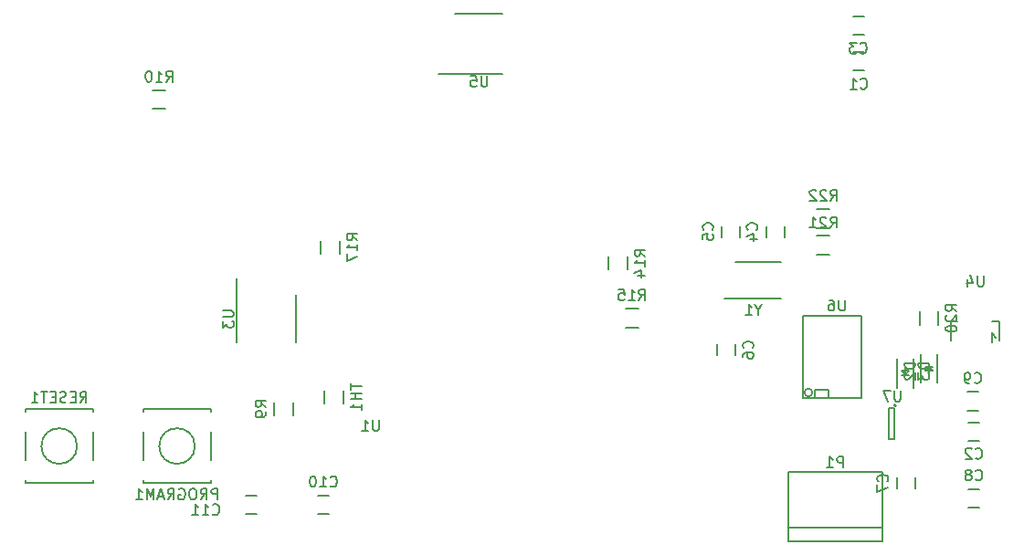
<source format=gbo>
G04 #@! TF.FileFunction,Legend,Bot*
%FSLAX46Y46*%
G04 Gerber Fmt 4.6, Leading zero omitted, Abs format (unit mm)*
G04 Created by KiCad (PCBNEW 4.0.2+e4-6225~38~ubuntu15.10.1-stable) date Thu 13 Oct 2016 11:24:21 SAST*
%MOMM*%
G01*
G04 APERTURE LIST*
%ADD10C,0.100000*%
%ADD11C,0.150000*%
G04 APERTURE END LIST*
D10*
D11*
X139800000Y-115900000D02*
X139800000Y-118600000D01*
X138300000Y-115900000D02*
X138300000Y-118600000D01*
X139200000Y-117400000D02*
X138950000Y-117400000D01*
X138950000Y-117400000D02*
X139100000Y-117250000D01*
X138700000Y-117150000D02*
X139400000Y-117150000D01*
X139050000Y-117500000D02*
X139050000Y-117850000D01*
X139050000Y-117150000D02*
X138700000Y-117500000D01*
X138700000Y-117500000D02*
X139400000Y-117500000D01*
X139400000Y-117500000D02*
X139050000Y-117150000D01*
X133037200Y-89648400D02*
X132037200Y-89648400D01*
X132037200Y-87948400D02*
X133037200Y-87948400D01*
X143700000Y-123950000D02*
X142700000Y-123950000D01*
X142700000Y-122250000D02*
X143700000Y-122250000D01*
X132986400Y-86346400D02*
X131986400Y-86346400D01*
X131986400Y-84646400D02*
X132986400Y-84646400D01*
X134700900Y-133267460D02*
X126000900Y-133267460D01*
X134700900Y-126862460D02*
X126000900Y-126862460D01*
X126000900Y-126862460D02*
X126000900Y-133267460D01*
X126000900Y-132037460D02*
X134700900Y-132037460D01*
X134700900Y-133267460D02*
X134700900Y-126862460D01*
X80123000Y-121605600D02*
X80123000Y-120405600D01*
X78373000Y-120405600D02*
X78373000Y-121605600D01*
X67091000Y-93204000D02*
X68291000Y-93204000D01*
X68291000Y-91454000D02*
X67091000Y-91454000D01*
X109310200Y-106892800D02*
X109310200Y-108092800D01*
X111060200Y-108092800D02*
X111060200Y-106892800D01*
X110906000Y-113447800D02*
X112106000Y-113447800D01*
X112106000Y-111697800D02*
X110906000Y-111697800D01*
X82640200Y-105419600D02*
X82640200Y-106619600D01*
X84390200Y-106619600D02*
X84390200Y-105419600D01*
X82995800Y-119338800D02*
X82995800Y-120538800D01*
X84745800Y-120538800D02*
X84745800Y-119338800D01*
X145199920Y-114400660D02*
X144951000Y-114100940D01*
X144951000Y-114100940D02*
X144849400Y-113951080D01*
X144849400Y-113951080D02*
X144849400Y-114799440D01*
X145550440Y-112899520D02*
X145550440Y-114700380D01*
X145550440Y-112899520D02*
X144900200Y-112899520D01*
X141049560Y-112899520D02*
X141049560Y-114700380D01*
X141049560Y-112899520D02*
X141699800Y-112899520D01*
X80398200Y-110474400D02*
X80398200Y-114874400D01*
X74873200Y-108899400D02*
X74873200Y-114874400D01*
X95132800Y-84397000D02*
X99532800Y-84397000D01*
X93557800Y-89922000D02*
X99532800Y-89922000D01*
X66192000Y-127660000D02*
X66192000Y-127910000D01*
X66192000Y-127910000D02*
X72492000Y-127910000D01*
X72492000Y-127910000D02*
X72492000Y-127660000D01*
X66192000Y-123160000D02*
X66192000Y-125760000D01*
X72492000Y-121260000D02*
X72492000Y-121010000D01*
X72492000Y-121010000D02*
X66192000Y-121010000D01*
X66192000Y-121010000D02*
X66192000Y-121260000D01*
X72492000Y-125760000D02*
X72492000Y-123160000D01*
X70992000Y-124460000D02*
G75*
G03X70992000Y-124460000I-1650000J0D01*
G01*
X61570000Y-121260000D02*
X61570000Y-121010000D01*
X61570000Y-121010000D02*
X55270000Y-121010000D01*
X55270000Y-121010000D02*
X55270000Y-121260000D01*
X61570000Y-125760000D02*
X61570000Y-123160000D01*
X55270000Y-127660000D02*
X55270000Y-127910000D01*
X55270000Y-127910000D02*
X61570000Y-127910000D01*
X61570000Y-127910000D02*
X61570000Y-127660000D01*
X55270000Y-123160000D02*
X55270000Y-125760000D01*
X60070000Y-124460000D02*
G75*
G03X60070000Y-124460000I-1650000J0D01*
G01*
X119850800Y-105071800D02*
X119850800Y-104071800D01*
X121550800Y-104071800D02*
X121550800Y-105071800D01*
X121068200Y-115044600D02*
X121068200Y-116044600D01*
X119368200Y-116044600D02*
X119368200Y-115044600D01*
X136050000Y-128400000D02*
X136050000Y-127400000D01*
X137750000Y-127400000D02*
X137750000Y-128400000D01*
X132816600Y-112395000D02*
X132816600Y-120015000D01*
X127355600Y-120015000D02*
X127355600Y-112395000D01*
X132816600Y-112395000D02*
X127355600Y-112395000D01*
X127355600Y-120015000D02*
X132816600Y-120015000D01*
X128222810Y-119507000D02*
G75*
G03X128222810Y-119507000I-359210J0D01*
G01*
X129768600Y-120015000D02*
X129768600Y-119253000D01*
X129768600Y-119253000D02*
X128498600Y-119253000D01*
X128498600Y-119253000D02*
X128498600Y-120015000D01*
X125358200Y-107367600D02*
X121058200Y-107367600D01*
X120108200Y-110767600D02*
X125358200Y-110767600D01*
X123940200Y-105071800D02*
X123940200Y-104071800D01*
X125640200Y-104071800D02*
X125640200Y-105071800D01*
X142700000Y-128450000D02*
X143700000Y-128450000D01*
X143700000Y-130150000D02*
X142700000Y-130150000D01*
X142600000Y-119450000D02*
X143600000Y-119450000D01*
X143600000Y-121150000D02*
X142600000Y-121150000D01*
X138175000Y-112000000D02*
X138175000Y-113200000D01*
X139925000Y-113200000D02*
X139925000Y-112000000D01*
X128650000Y-106725000D02*
X129850000Y-106725000D01*
X129850000Y-104975000D02*
X128650000Y-104975000D01*
X136000000Y-120700000D02*
G75*
G03X136000000Y-120700000I-100000J0D01*
G01*
X135350000Y-120950000D02*
X135850000Y-120950000D01*
X135350000Y-123850000D02*
X135350000Y-120950000D01*
X135850000Y-123850000D02*
X135350000Y-123850000D01*
X135850000Y-120950000D02*
X135850000Y-123850000D01*
X82400000Y-129050000D02*
X83400000Y-129050000D01*
X83400000Y-130750000D02*
X82400000Y-130750000D01*
X76700000Y-130750000D02*
X75700000Y-130750000D01*
X75700000Y-129050000D02*
X76700000Y-129050000D01*
X136100000Y-119100000D02*
X136100000Y-116400000D01*
X137600000Y-119100000D02*
X137600000Y-116400000D01*
X136700000Y-117600000D02*
X136950000Y-117600000D01*
X136950000Y-117600000D02*
X136800000Y-117750000D01*
X137200000Y-117850000D02*
X136500000Y-117850000D01*
X136850000Y-117500000D02*
X136850000Y-117150000D01*
X136850000Y-117850000D02*
X137200000Y-117500000D01*
X137200000Y-117500000D02*
X136500000Y-117500000D01*
X136500000Y-117500000D02*
X136850000Y-117850000D01*
X128650000Y-104225000D02*
X129850000Y-104225000D01*
X129850000Y-102475000D02*
X128650000Y-102475000D01*
X137752381Y-116761905D02*
X136752381Y-116761905D01*
X136752381Y-117000000D01*
X136800000Y-117142858D01*
X136895238Y-117238096D01*
X136990476Y-117285715D01*
X137180952Y-117333334D01*
X137323810Y-117333334D01*
X137514286Y-117285715D01*
X137609524Y-117238096D01*
X137704762Y-117142858D01*
X137752381Y-117000000D01*
X137752381Y-116761905D01*
X136847619Y-117714286D02*
X136800000Y-117761905D01*
X136752381Y-117857143D01*
X136752381Y-118095239D01*
X136800000Y-118190477D01*
X136847619Y-118238096D01*
X136942857Y-118285715D01*
X137038095Y-118285715D01*
X137180952Y-118238096D01*
X137752381Y-117666667D01*
X137752381Y-118285715D01*
X132703866Y-91255543D02*
X132751485Y-91303162D01*
X132894342Y-91350781D01*
X132989580Y-91350781D01*
X133132438Y-91303162D01*
X133227676Y-91207924D01*
X133275295Y-91112686D01*
X133322914Y-90922210D01*
X133322914Y-90779352D01*
X133275295Y-90588876D01*
X133227676Y-90493638D01*
X133132438Y-90398400D01*
X132989580Y-90350781D01*
X132894342Y-90350781D01*
X132751485Y-90398400D01*
X132703866Y-90446019D01*
X131751485Y-91350781D02*
X132322914Y-91350781D01*
X132037200Y-91350781D02*
X132037200Y-90350781D01*
X132132438Y-90493638D01*
X132227676Y-90588876D01*
X132322914Y-90636495D01*
X143366666Y-125557143D02*
X143414285Y-125604762D01*
X143557142Y-125652381D01*
X143652380Y-125652381D01*
X143795238Y-125604762D01*
X143890476Y-125509524D01*
X143938095Y-125414286D01*
X143985714Y-125223810D01*
X143985714Y-125080952D01*
X143938095Y-124890476D01*
X143890476Y-124795238D01*
X143795238Y-124700000D01*
X143652380Y-124652381D01*
X143557142Y-124652381D01*
X143414285Y-124700000D01*
X143366666Y-124747619D01*
X142985714Y-124747619D02*
X142938095Y-124700000D01*
X142842857Y-124652381D01*
X142604761Y-124652381D01*
X142509523Y-124700000D01*
X142461904Y-124747619D01*
X142414285Y-124842857D01*
X142414285Y-124938095D01*
X142461904Y-125080952D01*
X143033333Y-125652381D01*
X142414285Y-125652381D01*
X132653066Y-87953543D02*
X132700685Y-88001162D01*
X132843542Y-88048781D01*
X132938780Y-88048781D01*
X133081638Y-88001162D01*
X133176876Y-87905924D01*
X133224495Y-87810686D01*
X133272114Y-87620210D01*
X133272114Y-87477352D01*
X133224495Y-87286876D01*
X133176876Y-87191638D01*
X133081638Y-87096400D01*
X132938780Y-87048781D01*
X132843542Y-87048781D01*
X132700685Y-87096400D01*
X132653066Y-87144019D01*
X132319733Y-87048781D02*
X131700685Y-87048781D01*
X132034019Y-87429733D01*
X131891161Y-87429733D01*
X131795923Y-87477352D01*
X131748304Y-87524971D01*
X131700685Y-87620210D01*
X131700685Y-87858305D01*
X131748304Y-87953543D01*
X131795923Y-88001162D01*
X131891161Y-88048781D01*
X132176876Y-88048781D01*
X132272114Y-88001162D01*
X132319733Y-87953543D01*
X131088095Y-126452381D02*
X131088095Y-125452381D01*
X130707142Y-125452381D01*
X130611904Y-125500000D01*
X130564285Y-125547619D01*
X130516666Y-125642857D01*
X130516666Y-125785714D01*
X130564285Y-125880952D01*
X130611904Y-125928571D01*
X130707142Y-125976190D01*
X131088095Y-125976190D01*
X129564285Y-126452381D02*
X130135714Y-126452381D01*
X129850000Y-126452381D02*
X129850000Y-125452381D01*
X129945238Y-125595238D01*
X130040476Y-125690476D01*
X130135714Y-125738095D01*
X77600381Y-120838934D02*
X77124190Y-120505600D01*
X77600381Y-120267505D02*
X76600381Y-120267505D01*
X76600381Y-120648458D01*
X76648000Y-120743696D01*
X76695619Y-120791315D01*
X76790857Y-120838934D01*
X76933714Y-120838934D01*
X77028952Y-120791315D01*
X77076571Y-120743696D01*
X77124190Y-120648458D01*
X77124190Y-120267505D01*
X77600381Y-121315124D02*
X77600381Y-121505600D01*
X77552762Y-121600839D01*
X77505143Y-121648458D01*
X77362286Y-121743696D01*
X77171810Y-121791315D01*
X76790857Y-121791315D01*
X76695619Y-121743696D01*
X76648000Y-121696077D01*
X76600381Y-121600839D01*
X76600381Y-121410362D01*
X76648000Y-121315124D01*
X76695619Y-121267505D01*
X76790857Y-121219886D01*
X77028952Y-121219886D01*
X77124190Y-121267505D01*
X77171810Y-121315124D01*
X77219429Y-121410362D01*
X77219429Y-121600839D01*
X77171810Y-121696077D01*
X77124190Y-121743696D01*
X77028952Y-121791315D01*
X68333857Y-90681381D02*
X68667191Y-90205190D01*
X68905286Y-90681381D02*
X68905286Y-89681381D01*
X68524333Y-89681381D01*
X68429095Y-89729000D01*
X68381476Y-89776619D01*
X68333857Y-89871857D01*
X68333857Y-90014714D01*
X68381476Y-90109952D01*
X68429095Y-90157571D01*
X68524333Y-90205190D01*
X68905286Y-90205190D01*
X67381476Y-90681381D02*
X67952905Y-90681381D01*
X67667191Y-90681381D02*
X67667191Y-89681381D01*
X67762429Y-89824238D01*
X67857667Y-89919476D01*
X67952905Y-89967095D01*
X66762429Y-89681381D02*
X66667190Y-89681381D01*
X66571952Y-89729000D01*
X66524333Y-89776619D01*
X66476714Y-89871857D01*
X66429095Y-90062333D01*
X66429095Y-90300429D01*
X66476714Y-90490905D01*
X66524333Y-90586143D01*
X66571952Y-90633762D01*
X66667190Y-90681381D01*
X66762429Y-90681381D01*
X66857667Y-90633762D01*
X66905286Y-90586143D01*
X66952905Y-90490905D01*
X67000524Y-90300429D01*
X67000524Y-90062333D01*
X66952905Y-89871857D01*
X66905286Y-89776619D01*
X66857667Y-89729000D01*
X66762429Y-89681381D01*
X112737581Y-106849943D02*
X112261390Y-106516609D01*
X112737581Y-106278514D02*
X111737581Y-106278514D01*
X111737581Y-106659467D01*
X111785200Y-106754705D01*
X111832819Y-106802324D01*
X111928057Y-106849943D01*
X112070914Y-106849943D01*
X112166152Y-106802324D01*
X112213771Y-106754705D01*
X112261390Y-106659467D01*
X112261390Y-106278514D01*
X112737581Y-107802324D02*
X112737581Y-107230895D01*
X112737581Y-107516609D02*
X111737581Y-107516609D01*
X111880438Y-107421371D01*
X111975676Y-107326133D01*
X112023295Y-107230895D01*
X112070914Y-108659467D02*
X112737581Y-108659467D01*
X111689962Y-108421371D02*
X112404248Y-108183276D01*
X112404248Y-108802324D01*
X112148857Y-110925181D02*
X112482191Y-110448990D01*
X112720286Y-110925181D02*
X112720286Y-109925181D01*
X112339333Y-109925181D01*
X112244095Y-109972800D01*
X112196476Y-110020419D01*
X112148857Y-110115657D01*
X112148857Y-110258514D01*
X112196476Y-110353752D01*
X112244095Y-110401371D01*
X112339333Y-110448990D01*
X112720286Y-110448990D01*
X111196476Y-110925181D02*
X111767905Y-110925181D01*
X111482191Y-110925181D02*
X111482191Y-109925181D01*
X111577429Y-110068038D01*
X111672667Y-110163276D01*
X111767905Y-110210895D01*
X110291714Y-109925181D02*
X110767905Y-109925181D01*
X110815524Y-110401371D01*
X110767905Y-110353752D01*
X110672667Y-110306133D01*
X110434571Y-110306133D01*
X110339333Y-110353752D01*
X110291714Y-110401371D01*
X110244095Y-110496610D01*
X110244095Y-110734705D01*
X110291714Y-110829943D01*
X110339333Y-110877562D01*
X110434571Y-110925181D01*
X110672667Y-110925181D01*
X110767905Y-110877562D01*
X110815524Y-110829943D01*
X86067581Y-105376743D02*
X85591390Y-105043409D01*
X86067581Y-104805314D02*
X85067581Y-104805314D01*
X85067581Y-105186267D01*
X85115200Y-105281505D01*
X85162819Y-105329124D01*
X85258057Y-105376743D01*
X85400914Y-105376743D01*
X85496152Y-105329124D01*
X85543771Y-105281505D01*
X85591390Y-105186267D01*
X85591390Y-104805314D01*
X86067581Y-106329124D02*
X86067581Y-105757695D01*
X86067581Y-106043409D02*
X85067581Y-106043409D01*
X85210438Y-105948171D01*
X85305676Y-105852933D01*
X85353295Y-105757695D01*
X85067581Y-106662457D02*
X85067581Y-107329124D01*
X86067581Y-106900552D01*
X85423181Y-118653086D02*
X85423181Y-119224515D01*
X86423181Y-118938800D02*
X85423181Y-118938800D01*
X86423181Y-119557848D02*
X85423181Y-119557848D01*
X85899371Y-119557848D02*
X85899371Y-120129277D01*
X86423181Y-120129277D02*
X85423181Y-120129277D01*
X86423181Y-121129277D02*
X86423181Y-120557848D01*
X86423181Y-120843562D02*
X85423181Y-120843562D01*
X85566038Y-120748324D01*
X85661276Y-120653086D01*
X85708895Y-120557848D01*
X88068305Y-122051581D02*
X88068305Y-122861105D01*
X88020686Y-122956343D01*
X87973067Y-123003962D01*
X87877829Y-123051581D01*
X87687352Y-123051581D01*
X87592114Y-123003962D01*
X87544495Y-122956343D01*
X87496876Y-122861105D01*
X87496876Y-122051581D01*
X86496876Y-123051581D02*
X87068305Y-123051581D01*
X86782591Y-123051581D02*
X86782591Y-122051581D01*
X86877829Y-122194438D01*
X86973067Y-122289676D01*
X87068305Y-122337295D01*
X144112705Y-108651121D02*
X144112705Y-109460645D01*
X144065086Y-109555883D01*
X144017467Y-109603502D01*
X143922229Y-109651121D01*
X143731752Y-109651121D01*
X143636514Y-109603502D01*
X143588895Y-109555883D01*
X143541276Y-109460645D01*
X143541276Y-108651121D01*
X142636514Y-108984454D02*
X142636514Y-109651121D01*
X142874610Y-108603502D02*
X143112705Y-109317788D01*
X142493657Y-109317788D01*
X73575581Y-111912495D02*
X74385105Y-111912495D01*
X74480343Y-111960114D01*
X74527962Y-112007733D01*
X74575581Y-112102971D01*
X74575581Y-112293448D01*
X74527962Y-112388686D01*
X74480343Y-112436305D01*
X74385105Y-112483924D01*
X73575581Y-112483924D01*
X73575581Y-112864876D02*
X73575581Y-113483924D01*
X73956533Y-113150590D01*
X73956533Y-113293448D01*
X74004152Y-113388686D01*
X74051771Y-113436305D01*
X74147010Y-113483924D01*
X74385105Y-113483924D01*
X74480343Y-113436305D01*
X74527962Y-113388686D01*
X74575581Y-113293448D01*
X74575581Y-113007733D01*
X74527962Y-112912495D01*
X74480343Y-112864876D01*
X98094705Y-90124381D02*
X98094705Y-90933905D01*
X98047086Y-91029143D01*
X97999467Y-91076762D01*
X97904229Y-91124381D01*
X97713752Y-91124381D01*
X97618514Y-91076762D01*
X97570895Y-91029143D01*
X97523276Y-90933905D01*
X97523276Y-90124381D01*
X96570895Y-90124381D02*
X97047086Y-90124381D01*
X97094705Y-90600571D01*
X97047086Y-90552952D01*
X96951848Y-90505333D01*
X96713752Y-90505333D01*
X96618514Y-90552952D01*
X96570895Y-90600571D01*
X96523276Y-90695810D01*
X96523276Y-90933905D01*
X96570895Y-91029143D01*
X96618514Y-91076762D01*
X96713752Y-91124381D01*
X96951848Y-91124381D01*
X97047086Y-91076762D01*
X97094705Y-91029143D01*
X73103905Y-129412381D02*
X73103905Y-128412381D01*
X72722952Y-128412381D01*
X72627714Y-128460000D01*
X72580095Y-128507619D01*
X72532476Y-128602857D01*
X72532476Y-128745714D01*
X72580095Y-128840952D01*
X72627714Y-128888571D01*
X72722952Y-128936190D01*
X73103905Y-128936190D01*
X71532476Y-129412381D02*
X71865810Y-128936190D01*
X72103905Y-129412381D02*
X72103905Y-128412381D01*
X71722952Y-128412381D01*
X71627714Y-128460000D01*
X71580095Y-128507619D01*
X71532476Y-128602857D01*
X71532476Y-128745714D01*
X71580095Y-128840952D01*
X71627714Y-128888571D01*
X71722952Y-128936190D01*
X72103905Y-128936190D01*
X70913429Y-128412381D02*
X70722952Y-128412381D01*
X70627714Y-128460000D01*
X70532476Y-128555238D01*
X70484857Y-128745714D01*
X70484857Y-129079048D01*
X70532476Y-129269524D01*
X70627714Y-129364762D01*
X70722952Y-129412381D01*
X70913429Y-129412381D01*
X71008667Y-129364762D01*
X71103905Y-129269524D01*
X71151524Y-129079048D01*
X71151524Y-128745714D01*
X71103905Y-128555238D01*
X71008667Y-128460000D01*
X70913429Y-128412381D01*
X69532476Y-128460000D02*
X69627714Y-128412381D01*
X69770571Y-128412381D01*
X69913429Y-128460000D01*
X70008667Y-128555238D01*
X70056286Y-128650476D01*
X70103905Y-128840952D01*
X70103905Y-128983810D01*
X70056286Y-129174286D01*
X70008667Y-129269524D01*
X69913429Y-129364762D01*
X69770571Y-129412381D01*
X69675333Y-129412381D01*
X69532476Y-129364762D01*
X69484857Y-129317143D01*
X69484857Y-128983810D01*
X69675333Y-128983810D01*
X68484857Y-129412381D02*
X68818191Y-128936190D01*
X69056286Y-129412381D02*
X69056286Y-128412381D01*
X68675333Y-128412381D01*
X68580095Y-128460000D01*
X68532476Y-128507619D01*
X68484857Y-128602857D01*
X68484857Y-128745714D01*
X68532476Y-128840952D01*
X68580095Y-128888571D01*
X68675333Y-128936190D01*
X69056286Y-128936190D01*
X68103905Y-129126667D02*
X67627714Y-129126667D01*
X68199143Y-129412381D02*
X67865810Y-128412381D01*
X67532476Y-129412381D01*
X67199143Y-129412381D02*
X67199143Y-128412381D01*
X66865809Y-129126667D01*
X66532476Y-128412381D01*
X66532476Y-129412381D01*
X65532476Y-129412381D02*
X66103905Y-129412381D01*
X65818191Y-129412381D02*
X65818191Y-128412381D01*
X65913429Y-128555238D01*
X66008667Y-128650476D01*
X66103905Y-128698095D01*
X60348571Y-120412381D02*
X60681905Y-119936190D01*
X60920000Y-120412381D02*
X60920000Y-119412381D01*
X60539047Y-119412381D01*
X60443809Y-119460000D01*
X60396190Y-119507619D01*
X60348571Y-119602857D01*
X60348571Y-119745714D01*
X60396190Y-119840952D01*
X60443809Y-119888571D01*
X60539047Y-119936190D01*
X60920000Y-119936190D01*
X59920000Y-119888571D02*
X59586666Y-119888571D01*
X59443809Y-120412381D02*
X59920000Y-120412381D01*
X59920000Y-119412381D01*
X59443809Y-119412381D01*
X59062857Y-120364762D02*
X58920000Y-120412381D01*
X58681904Y-120412381D01*
X58586666Y-120364762D01*
X58539047Y-120317143D01*
X58491428Y-120221905D01*
X58491428Y-120126667D01*
X58539047Y-120031429D01*
X58586666Y-119983810D01*
X58681904Y-119936190D01*
X58872381Y-119888571D01*
X58967619Y-119840952D01*
X59015238Y-119793333D01*
X59062857Y-119698095D01*
X59062857Y-119602857D01*
X59015238Y-119507619D01*
X58967619Y-119460000D01*
X58872381Y-119412381D01*
X58634285Y-119412381D01*
X58491428Y-119460000D01*
X58062857Y-119888571D02*
X57729523Y-119888571D01*
X57586666Y-120412381D02*
X58062857Y-120412381D01*
X58062857Y-119412381D01*
X57586666Y-119412381D01*
X57300952Y-119412381D02*
X56729523Y-119412381D01*
X57015238Y-120412381D02*
X57015238Y-119412381D01*
X55872380Y-120412381D02*
X56443809Y-120412381D01*
X56158095Y-120412381D02*
X56158095Y-119412381D01*
X56253333Y-119555238D01*
X56348571Y-119650476D01*
X56443809Y-119698095D01*
X118957943Y-104405134D02*
X119005562Y-104357515D01*
X119053181Y-104214658D01*
X119053181Y-104119420D01*
X119005562Y-103976562D01*
X118910324Y-103881324D01*
X118815086Y-103833705D01*
X118624610Y-103786086D01*
X118481752Y-103786086D01*
X118291276Y-103833705D01*
X118196038Y-103881324D01*
X118100800Y-103976562D01*
X118053181Y-104119420D01*
X118053181Y-104214658D01*
X118100800Y-104357515D01*
X118148419Y-104405134D01*
X118053181Y-105309896D02*
X118053181Y-104833705D01*
X118529371Y-104786086D01*
X118481752Y-104833705D01*
X118434133Y-104928943D01*
X118434133Y-105167039D01*
X118481752Y-105262277D01*
X118529371Y-105309896D01*
X118624610Y-105357515D01*
X118862705Y-105357515D01*
X118957943Y-105309896D01*
X119005562Y-105262277D01*
X119053181Y-105167039D01*
X119053181Y-104928943D01*
X119005562Y-104833705D01*
X118957943Y-104786086D01*
X122675343Y-115377934D02*
X122722962Y-115330315D01*
X122770581Y-115187458D01*
X122770581Y-115092220D01*
X122722962Y-114949362D01*
X122627724Y-114854124D01*
X122532486Y-114806505D01*
X122342010Y-114758886D01*
X122199152Y-114758886D01*
X122008676Y-114806505D01*
X121913438Y-114854124D01*
X121818200Y-114949362D01*
X121770581Y-115092220D01*
X121770581Y-115187458D01*
X121818200Y-115330315D01*
X121865819Y-115377934D01*
X121770581Y-116235077D02*
X121770581Y-116044600D01*
X121818200Y-115949362D01*
X121865819Y-115901743D01*
X122008676Y-115806505D01*
X122199152Y-115758886D01*
X122580105Y-115758886D01*
X122675343Y-115806505D01*
X122722962Y-115854124D01*
X122770581Y-115949362D01*
X122770581Y-116139839D01*
X122722962Y-116235077D01*
X122675343Y-116282696D01*
X122580105Y-116330315D01*
X122342010Y-116330315D01*
X122246771Y-116282696D01*
X122199152Y-116235077D01*
X122151533Y-116139839D01*
X122151533Y-115949362D01*
X122199152Y-115854124D01*
X122246771Y-115806505D01*
X122342010Y-115758886D01*
X135157143Y-127733334D02*
X135204762Y-127685715D01*
X135252381Y-127542858D01*
X135252381Y-127447620D01*
X135204762Y-127304762D01*
X135109524Y-127209524D01*
X135014286Y-127161905D01*
X134823810Y-127114286D01*
X134680952Y-127114286D01*
X134490476Y-127161905D01*
X134395238Y-127209524D01*
X134300000Y-127304762D01*
X134252381Y-127447620D01*
X134252381Y-127542858D01*
X134300000Y-127685715D01*
X134347619Y-127733334D01*
X134252381Y-128066667D02*
X134252381Y-128733334D01*
X135252381Y-128304762D01*
X131267105Y-110907581D02*
X131267105Y-111717105D01*
X131219486Y-111812343D01*
X131171867Y-111859962D01*
X131076629Y-111907581D01*
X130886152Y-111907581D01*
X130790914Y-111859962D01*
X130743295Y-111812343D01*
X130695676Y-111717105D01*
X130695676Y-110907581D01*
X129790914Y-110907581D02*
X129981391Y-110907581D01*
X130076629Y-110955200D01*
X130124248Y-111002819D01*
X130219486Y-111145676D01*
X130267105Y-111336152D01*
X130267105Y-111717105D01*
X130219486Y-111812343D01*
X130171867Y-111859962D01*
X130076629Y-111907581D01*
X129886152Y-111907581D01*
X129790914Y-111859962D01*
X129743295Y-111812343D01*
X129695676Y-111717105D01*
X129695676Y-111479010D01*
X129743295Y-111383771D01*
X129790914Y-111336152D01*
X129886152Y-111288533D01*
X130076629Y-111288533D01*
X130171867Y-111336152D01*
X130219486Y-111383771D01*
X130267105Y-111479010D01*
X123234391Y-111843790D02*
X123234391Y-112319981D01*
X123567724Y-111319981D02*
X123234391Y-111843790D01*
X122901057Y-111319981D01*
X122043914Y-112319981D02*
X122615343Y-112319981D01*
X122329629Y-112319981D02*
X122329629Y-111319981D01*
X122424867Y-111462838D01*
X122520105Y-111558076D01*
X122615343Y-111605695D01*
X123047343Y-104405134D02*
X123094962Y-104357515D01*
X123142581Y-104214658D01*
X123142581Y-104119420D01*
X123094962Y-103976562D01*
X122999724Y-103881324D01*
X122904486Y-103833705D01*
X122714010Y-103786086D01*
X122571152Y-103786086D01*
X122380676Y-103833705D01*
X122285438Y-103881324D01*
X122190200Y-103976562D01*
X122142581Y-104119420D01*
X122142581Y-104214658D01*
X122190200Y-104357515D01*
X122237819Y-104405134D01*
X122475914Y-105262277D02*
X123142581Y-105262277D01*
X122094962Y-105024181D02*
X122809248Y-104786086D01*
X122809248Y-105405134D01*
X143366666Y-127557143D02*
X143414285Y-127604762D01*
X143557142Y-127652381D01*
X143652380Y-127652381D01*
X143795238Y-127604762D01*
X143890476Y-127509524D01*
X143938095Y-127414286D01*
X143985714Y-127223810D01*
X143985714Y-127080952D01*
X143938095Y-126890476D01*
X143890476Y-126795238D01*
X143795238Y-126700000D01*
X143652380Y-126652381D01*
X143557142Y-126652381D01*
X143414285Y-126700000D01*
X143366666Y-126747619D01*
X142795238Y-127080952D02*
X142890476Y-127033333D01*
X142938095Y-126985714D01*
X142985714Y-126890476D01*
X142985714Y-126842857D01*
X142938095Y-126747619D01*
X142890476Y-126700000D01*
X142795238Y-126652381D01*
X142604761Y-126652381D01*
X142509523Y-126700000D01*
X142461904Y-126747619D01*
X142414285Y-126842857D01*
X142414285Y-126890476D01*
X142461904Y-126985714D01*
X142509523Y-127033333D01*
X142604761Y-127080952D01*
X142795238Y-127080952D01*
X142890476Y-127128571D01*
X142938095Y-127176190D01*
X142985714Y-127271429D01*
X142985714Y-127461905D01*
X142938095Y-127557143D01*
X142890476Y-127604762D01*
X142795238Y-127652381D01*
X142604761Y-127652381D01*
X142509523Y-127604762D01*
X142461904Y-127557143D01*
X142414285Y-127461905D01*
X142414285Y-127271429D01*
X142461904Y-127176190D01*
X142509523Y-127128571D01*
X142604761Y-127080952D01*
X143266666Y-118557143D02*
X143314285Y-118604762D01*
X143457142Y-118652381D01*
X143552380Y-118652381D01*
X143695238Y-118604762D01*
X143790476Y-118509524D01*
X143838095Y-118414286D01*
X143885714Y-118223810D01*
X143885714Y-118080952D01*
X143838095Y-117890476D01*
X143790476Y-117795238D01*
X143695238Y-117700000D01*
X143552380Y-117652381D01*
X143457142Y-117652381D01*
X143314285Y-117700000D01*
X143266666Y-117747619D01*
X142790476Y-118652381D02*
X142600000Y-118652381D01*
X142504761Y-118604762D01*
X142457142Y-118557143D01*
X142361904Y-118414286D01*
X142314285Y-118223810D01*
X142314285Y-117842857D01*
X142361904Y-117747619D01*
X142409523Y-117700000D01*
X142504761Y-117652381D01*
X142695238Y-117652381D01*
X142790476Y-117700000D01*
X142838095Y-117747619D01*
X142885714Y-117842857D01*
X142885714Y-118080952D01*
X142838095Y-118176190D01*
X142790476Y-118223810D01*
X142695238Y-118271429D01*
X142504761Y-118271429D01*
X142409523Y-118223810D01*
X142361904Y-118176190D01*
X142314285Y-118080952D01*
X141602381Y-111957143D02*
X141126190Y-111623809D01*
X141602381Y-111385714D02*
X140602381Y-111385714D01*
X140602381Y-111766667D01*
X140650000Y-111861905D01*
X140697619Y-111909524D01*
X140792857Y-111957143D01*
X140935714Y-111957143D01*
X141030952Y-111909524D01*
X141078571Y-111861905D01*
X141126190Y-111766667D01*
X141126190Y-111385714D01*
X140697619Y-112338095D02*
X140650000Y-112385714D01*
X140602381Y-112480952D01*
X140602381Y-112719048D01*
X140650000Y-112814286D01*
X140697619Y-112861905D01*
X140792857Y-112909524D01*
X140888095Y-112909524D01*
X141030952Y-112861905D01*
X141602381Y-112290476D01*
X141602381Y-112909524D01*
X140602381Y-113528571D02*
X140602381Y-113623810D01*
X140650000Y-113719048D01*
X140697619Y-113766667D01*
X140792857Y-113814286D01*
X140983333Y-113861905D01*
X141221429Y-113861905D01*
X141411905Y-113814286D01*
X141507143Y-113766667D01*
X141554762Y-113719048D01*
X141602381Y-113623810D01*
X141602381Y-113528571D01*
X141554762Y-113433333D01*
X141507143Y-113385714D01*
X141411905Y-113338095D01*
X141221429Y-113290476D01*
X140983333Y-113290476D01*
X140792857Y-113338095D01*
X140697619Y-113385714D01*
X140650000Y-113433333D01*
X140602381Y-113528571D01*
X129892857Y-104202381D02*
X130226191Y-103726190D01*
X130464286Y-104202381D02*
X130464286Y-103202381D01*
X130083333Y-103202381D01*
X129988095Y-103250000D01*
X129940476Y-103297619D01*
X129892857Y-103392857D01*
X129892857Y-103535714D01*
X129940476Y-103630952D01*
X129988095Y-103678571D01*
X130083333Y-103726190D01*
X130464286Y-103726190D01*
X129511905Y-103297619D02*
X129464286Y-103250000D01*
X129369048Y-103202381D01*
X129130952Y-103202381D01*
X129035714Y-103250000D01*
X128988095Y-103297619D01*
X128940476Y-103392857D01*
X128940476Y-103488095D01*
X128988095Y-103630952D01*
X129559524Y-104202381D01*
X128940476Y-104202381D01*
X127988095Y-104202381D02*
X128559524Y-104202381D01*
X128273810Y-104202381D02*
X128273810Y-103202381D01*
X128369048Y-103345238D01*
X128464286Y-103440476D01*
X128559524Y-103488095D01*
X136411905Y-119302381D02*
X136411905Y-120111905D01*
X136364286Y-120207143D01*
X136316667Y-120254762D01*
X136221429Y-120302381D01*
X136030952Y-120302381D01*
X135935714Y-120254762D01*
X135888095Y-120207143D01*
X135840476Y-120111905D01*
X135840476Y-119302381D01*
X135459524Y-119302381D02*
X134792857Y-119302381D01*
X135221429Y-120302381D01*
X83542857Y-128157143D02*
X83590476Y-128204762D01*
X83733333Y-128252381D01*
X83828571Y-128252381D01*
X83971429Y-128204762D01*
X84066667Y-128109524D01*
X84114286Y-128014286D01*
X84161905Y-127823810D01*
X84161905Y-127680952D01*
X84114286Y-127490476D01*
X84066667Y-127395238D01*
X83971429Y-127300000D01*
X83828571Y-127252381D01*
X83733333Y-127252381D01*
X83590476Y-127300000D01*
X83542857Y-127347619D01*
X82590476Y-128252381D02*
X83161905Y-128252381D01*
X82876191Y-128252381D02*
X82876191Y-127252381D01*
X82971429Y-127395238D01*
X83066667Y-127490476D01*
X83161905Y-127538095D01*
X81971429Y-127252381D02*
X81876190Y-127252381D01*
X81780952Y-127300000D01*
X81733333Y-127347619D01*
X81685714Y-127442857D01*
X81638095Y-127633333D01*
X81638095Y-127871429D01*
X81685714Y-128061905D01*
X81733333Y-128157143D01*
X81780952Y-128204762D01*
X81876190Y-128252381D01*
X81971429Y-128252381D01*
X82066667Y-128204762D01*
X82114286Y-128157143D01*
X82161905Y-128061905D01*
X82209524Y-127871429D01*
X82209524Y-127633333D01*
X82161905Y-127442857D01*
X82114286Y-127347619D01*
X82066667Y-127300000D01*
X81971429Y-127252381D01*
X72642857Y-130757143D02*
X72690476Y-130804762D01*
X72833333Y-130852381D01*
X72928571Y-130852381D01*
X73071429Y-130804762D01*
X73166667Y-130709524D01*
X73214286Y-130614286D01*
X73261905Y-130423810D01*
X73261905Y-130280952D01*
X73214286Y-130090476D01*
X73166667Y-129995238D01*
X73071429Y-129900000D01*
X72928571Y-129852381D01*
X72833333Y-129852381D01*
X72690476Y-129900000D01*
X72642857Y-129947619D01*
X71690476Y-130852381D02*
X72261905Y-130852381D01*
X71976191Y-130852381D02*
X71976191Y-129852381D01*
X72071429Y-129995238D01*
X72166667Y-130090476D01*
X72261905Y-130138095D01*
X70738095Y-130852381D02*
X71309524Y-130852381D01*
X71023810Y-130852381D02*
X71023810Y-129852381D01*
X71119048Y-129995238D01*
X71214286Y-130090476D01*
X71309524Y-130138095D01*
X139052381Y-116761905D02*
X138052381Y-116761905D01*
X138052381Y-117000000D01*
X138100000Y-117142858D01*
X138195238Y-117238096D01*
X138290476Y-117285715D01*
X138480952Y-117333334D01*
X138623810Y-117333334D01*
X138814286Y-117285715D01*
X138909524Y-117238096D01*
X139004762Y-117142858D01*
X139052381Y-117000000D01*
X139052381Y-116761905D01*
X138052381Y-117666667D02*
X138052381Y-118285715D01*
X138433333Y-117952381D01*
X138433333Y-118095239D01*
X138480952Y-118190477D01*
X138528571Y-118238096D01*
X138623810Y-118285715D01*
X138861905Y-118285715D01*
X138957143Y-118238096D01*
X139004762Y-118190477D01*
X139052381Y-118095239D01*
X139052381Y-117809524D01*
X139004762Y-117714286D01*
X138957143Y-117666667D01*
X129892857Y-101702381D02*
X130226191Y-101226190D01*
X130464286Y-101702381D02*
X130464286Y-100702381D01*
X130083333Y-100702381D01*
X129988095Y-100750000D01*
X129940476Y-100797619D01*
X129892857Y-100892857D01*
X129892857Y-101035714D01*
X129940476Y-101130952D01*
X129988095Y-101178571D01*
X130083333Y-101226190D01*
X130464286Y-101226190D01*
X129511905Y-100797619D02*
X129464286Y-100750000D01*
X129369048Y-100702381D01*
X129130952Y-100702381D01*
X129035714Y-100750000D01*
X128988095Y-100797619D01*
X128940476Y-100892857D01*
X128940476Y-100988095D01*
X128988095Y-101130952D01*
X129559524Y-101702381D01*
X128940476Y-101702381D01*
X128559524Y-100797619D02*
X128511905Y-100750000D01*
X128416667Y-100702381D01*
X128178571Y-100702381D01*
X128083333Y-100750000D01*
X128035714Y-100797619D01*
X127988095Y-100892857D01*
X127988095Y-100988095D01*
X128035714Y-101130952D01*
X128607143Y-101702381D01*
X127988095Y-101702381D01*
M02*

</source>
